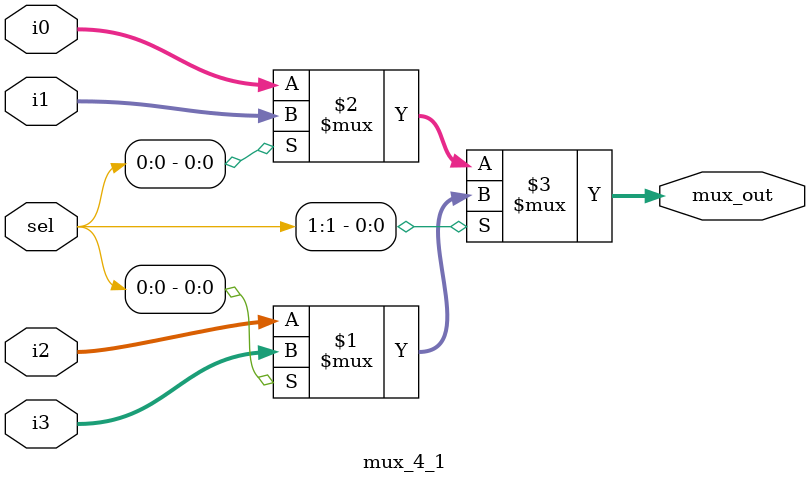
<source format=v>

module mux_4_1 (i0,i1,i2,i3,sel,mux_out);
input [31:0] i0,i1,i2,i3;
input [1:0]sel;
output [31:0] mux_out;

assign mux_out = sel[1] ? (sel[0] ? i3 : i2 ) : (sel[0] ? i1 : i0 );
endmodule


</source>
